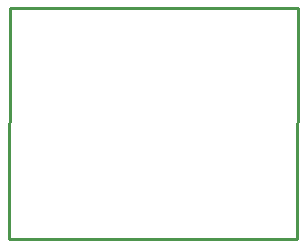
<source format=gbr>
G04 EAGLE Gerber RS-274X export*
G75*
%MOMM*%
%FSLAX34Y34*%
%LPD*%
%IN*%
%IPPOS*%
%AMOC8*
5,1,8,0,0,1.08239X$1,22.5*%
G01*
%ADD10C,0.254000*%


D10*
X-123190Y-127000D02*
X120650Y-127000D01*
X121920Y68580D01*
X-121920Y68580D01*
X-123190Y-127000D01*
M02*

</source>
